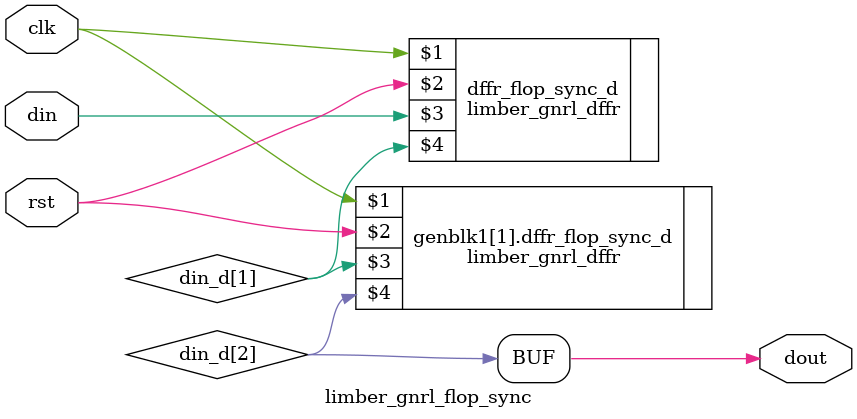
<source format=v>
`timescale 1ns / 1ps
module limber_gnrl_flop_sync # (
    parameter DP = 2,
    parameter DW = 1
)(
    input clk,
    input rst,
    input [DW-1:0] din,
    output [DW-1:0] dout
);

    wire [DW-1:0] din_d[DP:1];
    limber_gnrl_dffr #(DW) dffr_flop_sync_d(clk, rst, din, din_d[1]);
    genvar i;
    generate
        for (i=1; i<DP; i=i+1) begin
            limber_gnrl_dffr #(DW) dffr_flop_sync_d(clk, rst, din_d[i], din_d[i+1]);
        end
    endgenerate

    assign dout = din_d[DP];

endmodule
</source>
